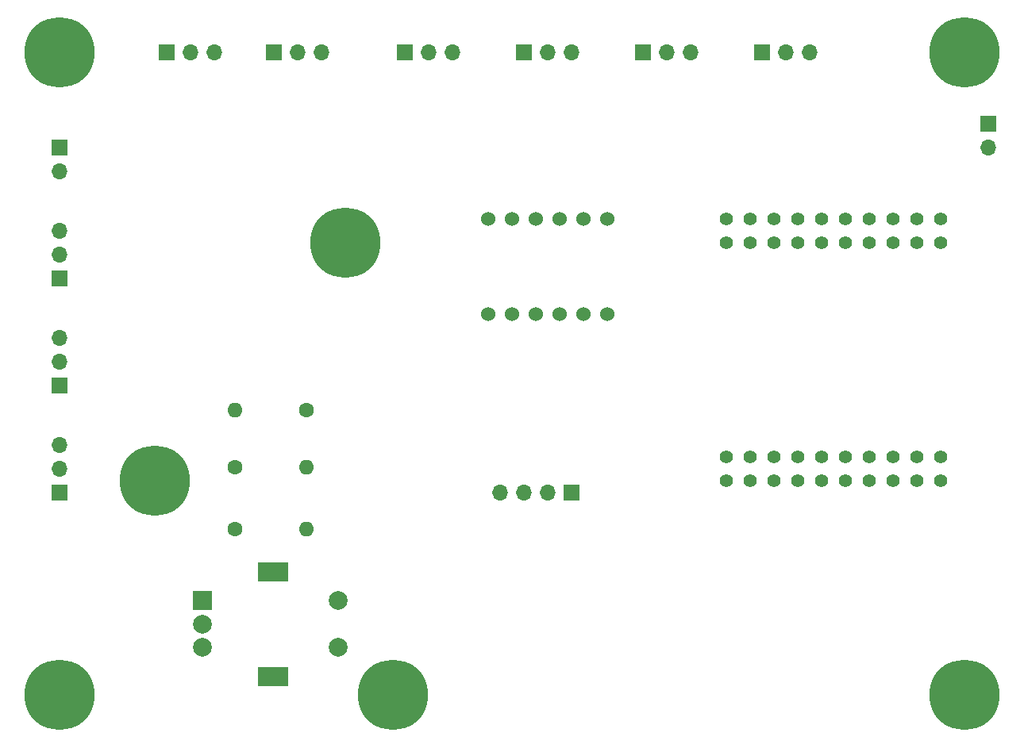
<source format=gbr>
%TF.GenerationSoftware,KiCad,Pcbnew,7.0.6*%
%TF.CreationDate,2025-02-04T21:06:21+01:00*%
%TF.ProjectId,PCB,5043422e-6b69-4636-9164-5f7063625858,rev?*%
%TF.SameCoordinates,Original*%
%TF.FileFunction,Soldermask,Bot*%
%TF.FilePolarity,Negative*%
%FSLAX46Y46*%
G04 Gerber Fmt 4.6, Leading zero omitted, Abs format (unit mm)*
G04 Created by KiCad (PCBNEW 7.0.6) date 2025-02-04 21:06:21*
%MOMM*%
%LPD*%
G01*
G04 APERTURE LIST*
%ADD10C,7.500000*%
%ADD11R,1.700000X1.700000*%
%ADD12O,1.700000X1.700000*%
%ADD13R,2.000000X2.000000*%
%ADD14C,2.000000*%
%ADD15R,3.200000X2.000000*%
%ADD16C,1.600000*%
%ADD17O,1.600000X1.600000*%
%ADD18C,1.400000*%
%ADD19C,1.524000*%
G04 APERTURE END LIST*
D10*
%TO.C,*%
X119380000Y-111760000D03*
%TD*%
%TO.C,*%
X139700000Y-86360000D03*
%TD*%
D11*
%TO.C,J6*%
X158750000Y-66040000D03*
D12*
X161290000Y-66040000D03*
X163830000Y-66040000D03*
%TD*%
D11*
%TO.C,J5*%
X146050000Y-66040000D03*
D12*
X148590000Y-66040000D03*
X151130000Y-66040000D03*
%TD*%
D13*
%TO.C,SW1*%
X124460000Y-124540000D03*
D14*
X124460000Y-129540000D03*
X124460000Y-127040000D03*
D15*
X131960000Y-121440000D03*
X131960000Y-132640000D03*
D14*
X138960000Y-129540000D03*
X138960000Y-124540000D03*
%TD*%
D10*
%TO.C,*%
X205740000Y-66040000D03*
%TD*%
%TO.C,REF\u002A\u002A*%
X119380000Y-111760000D03*
%TD*%
D16*
%TO.C,R1*%
X135520000Y-104180000D03*
D17*
X127900000Y-104180000D03*
%TD*%
D16*
%TO.C,R2*%
X127900000Y-110290000D03*
D17*
X135520000Y-110290000D03*
%TD*%
D10*
%TO.C,*%
X144780000Y-134620000D03*
%TD*%
D11*
%TO.C,J4*%
X208280000Y-73660000D03*
D12*
X208280000Y-76200000D03*
%TD*%
D10*
%TO.C,*%
X205740000Y-134620000D03*
%TD*%
%TO.C,REF\u002A\u002A*%
X139700000Y-86360000D03*
%TD*%
D11*
%TO.C,J7*%
X171450000Y-66040000D03*
D12*
X173990000Y-66040000D03*
X176530000Y-66040000D03*
%TD*%
D18*
%TO.C,U1*%
X203200000Y-83820000D03*
X203200000Y-86360000D03*
X200660000Y-83820000D03*
X200660000Y-86360000D03*
X198120000Y-83820000D03*
X198120000Y-86360000D03*
X195580000Y-83820000D03*
X195580000Y-86360000D03*
X193040000Y-83820000D03*
X193040000Y-86360000D03*
X190500000Y-83820000D03*
X190500000Y-86360000D03*
X187960000Y-83820000D03*
X187960000Y-86360000D03*
X185420000Y-83820000D03*
X185420000Y-86360000D03*
X182880000Y-83820000D03*
X182880000Y-86360000D03*
X180340000Y-83820000D03*
X180340000Y-86360000D03*
X203200000Y-109220000D03*
X203200000Y-111760000D03*
X200660000Y-109220000D03*
X200660000Y-111760000D03*
X198120000Y-109220000D03*
X198120000Y-111760000D03*
X195580000Y-109220000D03*
X195580000Y-111760000D03*
X193040000Y-109220000D03*
X193040000Y-111760000D03*
X190500000Y-109220000D03*
X190500000Y-111760000D03*
X187960000Y-109220000D03*
X187960000Y-111760000D03*
X185420000Y-109220000D03*
X185420000Y-111760000D03*
X182880000Y-109220000D03*
X182880000Y-111760000D03*
X180340000Y-109220000D03*
X180340000Y-111760000D03*
%TD*%
D11*
%TO.C,J9*%
X109220000Y-113030000D03*
D12*
X109220000Y-110490000D03*
X109220000Y-107950000D03*
%TD*%
D19*
%TO.C,U2*%
X154940000Y-93980000D03*
X157480000Y-93980000D03*
X160020000Y-93980000D03*
X162560000Y-93980000D03*
X165100000Y-93980000D03*
X167640000Y-93980000D03*
X154940000Y-83820000D03*
X157480000Y-83820000D03*
X160020000Y-83820000D03*
X162560000Y-83820000D03*
X165100000Y-83820000D03*
X167640000Y-83820000D03*
%TD*%
D16*
%TO.C,R3*%
X127900000Y-116880000D03*
D17*
X135520000Y-116880000D03*
%TD*%
D11*
%TO.C,J11*%
X109220000Y-90170000D03*
D12*
X109220000Y-87630000D03*
X109220000Y-85090000D03*
%TD*%
D10*
%TO.C,REF\u002A\u002A*%
X109220000Y-66040000D03*
%TD*%
D11*
%TO.C,J8*%
X184165000Y-66040000D03*
D12*
X186705000Y-66040000D03*
X189245000Y-66040000D03*
%TD*%
D11*
%TO.C,J2*%
X132080000Y-66040000D03*
D12*
X134620000Y-66040000D03*
X137160000Y-66040000D03*
%TD*%
D11*
%TO.C,J1*%
X120650000Y-66040000D03*
D12*
X123190000Y-66040000D03*
X125730000Y-66040000D03*
%TD*%
D11*
%TO.C,J0*%
X109220000Y-76200000D03*
D12*
X109220000Y-78740000D03*
%TD*%
D11*
%TO.C,J10*%
X109220000Y-101600000D03*
D12*
X109220000Y-99060000D03*
X109220000Y-96520000D03*
%TD*%
D10*
%TO.C,REF\u002A\u002A*%
X144780000Y-134620000D03*
%TD*%
D11*
%TO.C,J3*%
X163820000Y-113030000D03*
D12*
X161280000Y-113030000D03*
X158740000Y-113030000D03*
X156200000Y-113030000D03*
%TD*%
D10*
%TO.C,*%
X109220000Y-66040000D03*
%TD*%
%TO.C,REF\u002A\u002A*%
X109220000Y-134620000D03*
%TD*%
%TO.C,REF\u002A\u002A*%
X205740000Y-66040000D03*
%TD*%
M02*

</source>
